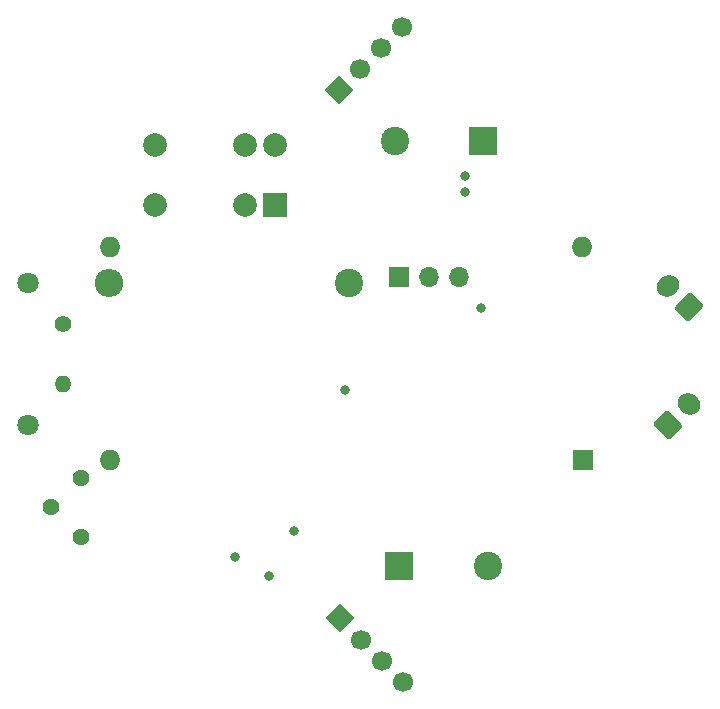
<source format=gbs>
G04 #@! TF.GenerationSoftware,KiCad,Pcbnew,(6.0.1)*
G04 #@! TF.CreationDate,2022-02-25T16:24:57+09:00*
G04 #@! TF.ProjectId,kick-drib-2,6b69636b-2d64-4726-9962-2d322e6b6963,V1.1*
G04 #@! TF.SameCoordinates,Original*
G04 #@! TF.FileFunction,Soldermask,Bot*
G04 #@! TF.FilePolarity,Negative*
%FSLAX46Y46*%
G04 Gerber Fmt 4.6, Leading zero omitted, Abs format (unit mm)*
G04 Created by KiCad (PCBNEW (6.0.1)) date 2022-02-25 16:24:57*
%MOMM*%
%LPD*%
G01*
G04 APERTURE LIST*
G04 Aperture macros list*
%AMRoundRect*
0 Rectangle with rounded corners*
0 $1 Rounding radius*
0 $2 $3 $4 $5 $6 $7 $8 $9 X,Y pos of 4 corners*
0 Add a 4 corners polygon primitive as box body*
4,1,4,$2,$3,$4,$5,$6,$7,$8,$9,$2,$3,0*
0 Add four circle primitives for the rounded corners*
1,1,$1+$1,$2,$3*
1,1,$1+$1,$4,$5*
1,1,$1+$1,$6,$7*
1,1,$1+$1,$8,$9*
0 Add four rect primitives between the rounded corners*
20,1,$1+$1,$2,$3,$4,$5,0*
20,1,$1+$1,$4,$5,$6,$7,0*
20,1,$1+$1,$6,$7,$8,$9,0*
20,1,$1+$1,$8,$9,$2,$3,0*%
%AMHorizOval*
0 Thick line with rounded ends*
0 $1 width*
0 $2 $3 position (X,Y) of the first rounded end (center of the circle)*
0 $4 $5 position (X,Y) of the second rounded end (center of the circle)*
0 Add line between two ends*
20,1,$1,$2,$3,$4,$5,0*
0 Add two circle primitives to create the rounded ends*
1,1,$1,$2,$3*
1,1,$1,$4,$5*%
%AMRotRect*
0 Rectangle, with rotation*
0 The origin of the aperture is its center*
0 $1 length*
0 $2 width*
0 $3 Rotation angle, in degrees counterclockwise*
0 Add horizontal line*
21,1,$1,$2,0,0,$3*%
G04 Aperture macros list end*
%ADD10RoundRect,0.250000X0.954594X0.106066X0.106066X0.954594X-0.954594X-0.106066X-0.106066X-0.954594X0*%
%ADD11HorizOval,1.700000X0.106066X0.106066X-0.106066X-0.106066X0*%
%ADD12RotRect,1.700000X1.700000X135.000000*%
%ADD13HorizOval,1.700000X0.000000X0.000000X0.000000X0.000000X0*%
%ADD14C,1.800000*%
%ADD15C,1.431000*%
%ADD16RoundRect,0.250000X0.106066X-0.954594X0.954594X-0.106066X-0.106066X0.954594X-0.954594X0.106066X0*%
%ADD17HorizOval,1.700000X-0.106066X0.106066X0.106066X-0.106066X0*%
%ADD18C,2.400000*%
%ADD19O,2.400000X2.400000*%
%ADD20RotRect,1.700000X1.700000X45.000000*%
%ADD21HorizOval,1.700000X0.000000X0.000000X0.000000X0.000000X0*%
%ADD22C,1.400000*%
%ADD23O,1.400000X1.400000*%
%ADD24R,2.400000X2.400000*%
%ADD25R,1.727200X1.727200*%
%ADD26O,1.727200X1.727200*%
%ADD27R,2.000000X2.000000*%
%ADD28C,2.000000*%
%ADD29R,1.700000X1.700000*%
%ADD30O,1.700000X1.700000*%
%ADD31C,0.800000*%
G04 APERTURE END LIST*
D10*
X104000000Y-111000000D03*
D11*
X102232233Y-109232233D03*
D12*
X74313000Y-92687000D03*
D13*
X76109051Y-90890949D03*
X77905102Y-89094898D03*
X79701154Y-87298846D03*
D14*
X48000000Y-121000000D03*
X48000000Y-109000000D03*
D15*
X52540000Y-125500000D03*
X50000000Y-128000000D03*
X52540000Y-130500000D03*
D16*
X102232200Y-121000000D03*
D17*
X103999967Y-119232233D03*
D18*
X75160000Y-109000000D03*
D19*
X54840000Y-109000000D03*
D20*
X74407900Y-137407900D03*
D21*
X76203951Y-139203951D03*
X78000002Y-141000002D03*
X79796054Y-142796054D03*
D22*
X51000000Y-112460000D03*
D23*
X51000000Y-117540000D03*
D24*
X79426000Y-133000000D03*
D18*
X86926000Y-133000000D03*
D25*
X95000000Y-124000000D03*
D26*
X94960000Y-106000000D03*
X55000000Y-124000000D03*
X55000000Y-106000000D03*
D27*
X68957500Y-102407500D03*
D28*
X66417500Y-102407500D03*
X58797500Y-102407500D03*
X58797500Y-97327500D03*
X66417500Y-97327500D03*
X68957500Y-97327500D03*
D24*
X86574000Y-97000000D03*
D18*
X79074000Y-97000000D03*
D29*
X79420000Y-108500000D03*
D30*
X81960000Y-108500000D03*
X84500000Y-108500000D03*
D31*
X86411900Y-111126800D03*
X68455000Y-133846900D03*
X65585400Y-132187500D03*
X74847200Y-118069700D03*
X70578100Y-130000000D03*
X85011300Y-101329600D03*
X85000000Y-99930089D03*
M02*

</source>
